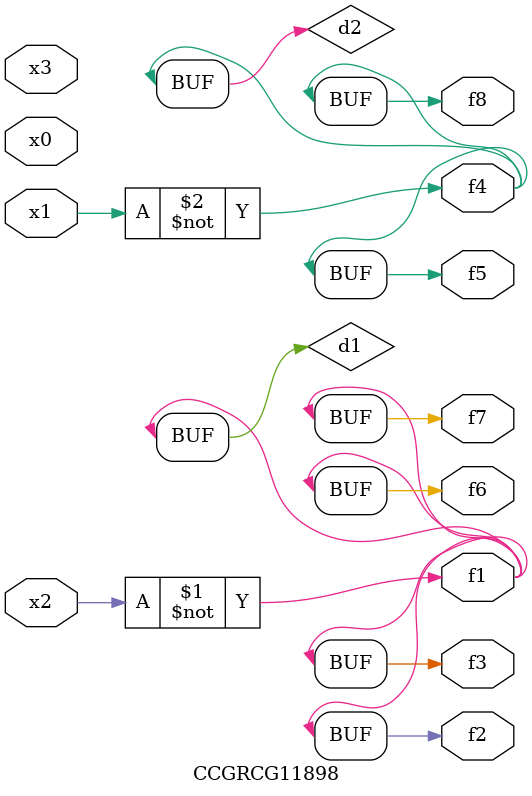
<source format=v>
module CCGRCG11898(
	input x0, x1, x2, x3,
	output f1, f2, f3, f4, f5, f6, f7, f8
);

	wire d1, d2;

	xnor (d1, x2);
	not (d2, x1);
	assign f1 = d1;
	assign f2 = d1;
	assign f3 = d1;
	assign f4 = d2;
	assign f5 = d2;
	assign f6 = d1;
	assign f7 = d1;
	assign f8 = d2;
endmodule

</source>
